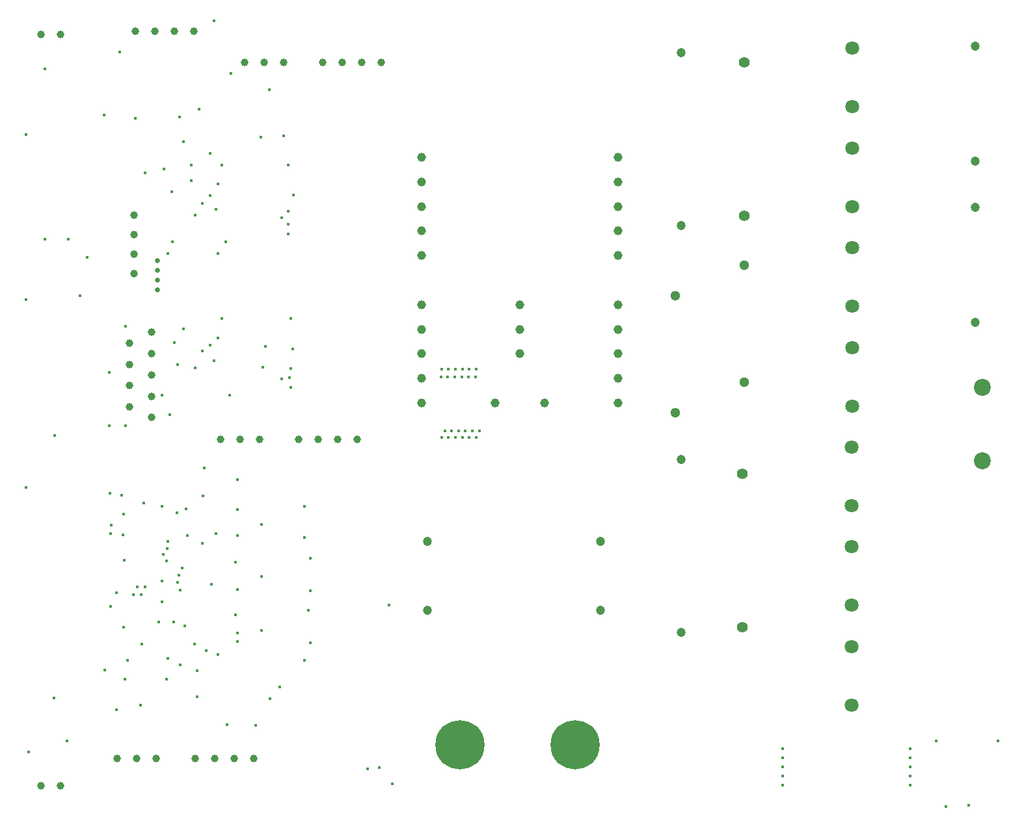
<source format=gbr>
%TF.GenerationSoftware,KiCad,Pcbnew,7.0.9*%
%TF.CreationDate,2024-05-29T20:40:21+05:30*%
%TF.ProjectId,LU,4c552e6b-6963-4616-945f-706362585858,rev?*%
%TF.SameCoordinates,Original*%
%TF.FileFunction,Plated,1,2,PTH,Drill*%
%TF.FilePolarity,Positive*%
%FSLAX46Y46*%
G04 Gerber Fmt 4.6, Leading zero omitted, Abs format (unit mm)*
G04 Created by KiCad (PCBNEW 7.0.9) date 2024-05-29 20:40:21*
%MOMM*%
%LPD*%
G01*
G04 APERTURE LIST*
%TA.AperFunction,ViaDrill*%
%ADD10C,0.400000*%
%TD*%
%TA.AperFunction,ComponentDrill*%
%ADD11C,0.650000*%
%TD*%
%TA.AperFunction,ComponentDrill*%
%ADD12C,0.990600*%
%TD*%
%TA.AperFunction,ComponentDrill*%
%ADD13C,1.000000*%
%TD*%
%TA.AperFunction,ComponentDrill*%
%ADD14C,1.147520*%
%TD*%
%TA.AperFunction,ComponentDrill*%
%ADD15C,1.200000*%
%TD*%
%TA.AperFunction,ComponentDrill*%
%ADD16C,1.300000*%
%TD*%
%TA.AperFunction,ComponentDrill*%
%ADD17C,1.400000*%
%TD*%
%TA.AperFunction,ComponentDrill*%
%ADD18C,1.800000*%
%TD*%
%TA.AperFunction,ComponentDrill*%
%ADD19C,2.200000*%
%TD*%
%TA.AperFunction,ComponentDrill*%
%ADD20C,6.400000*%
%TD*%
G04 APERTURE END LIST*
D10*
X88500000Y-109000000D03*
X88500000Y-130500000D03*
X88500000Y-155000000D03*
X88870000Y-189480000D03*
X90950000Y-100500000D03*
X90950000Y-122650000D03*
X92180000Y-182440000D03*
X92240000Y-148240000D03*
X93830000Y-188030000D03*
X94000000Y-122650000D03*
X95500000Y-130000000D03*
X96500000Y-125000000D03*
X98671701Y-106449500D03*
X98800000Y-178800000D03*
X99349500Y-140000000D03*
X99349500Y-147000000D03*
X99400500Y-155750000D03*
X99500000Y-161000000D03*
X99500000Y-170500000D03*
X99625000Y-159875000D03*
X100250000Y-168750000D03*
X100250000Y-184000000D03*
X100744022Y-98299500D03*
X101000000Y-156000000D03*
X101170747Y-161199500D03*
X101200000Y-173200000D03*
X101250000Y-158500000D03*
X101311093Y-164525500D03*
X101400500Y-180000000D03*
X101500000Y-134000000D03*
X101500000Y-147000000D03*
X101750000Y-177500000D03*
X102500000Y-169000000D03*
X102750000Y-106890498D03*
X103000000Y-168000000D03*
X103400000Y-183400000D03*
X103500000Y-169000000D03*
X103600000Y-175400000D03*
X103800500Y-157065234D03*
X104000000Y-114000000D03*
X104000000Y-168000000D03*
X105750000Y-172500000D03*
X106200000Y-167200000D03*
X106225500Y-143000000D03*
X106250000Y-157500000D03*
X106250000Y-169937500D03*
X106353009Y-163706018D03*
X106500000Y-113500000D03*
X106800000Y-164600000D03*
X106800000Y-179980000D03*
X106900000Y-163000000D03*
X106975500Y-162000000D03*
X107000000Y-124500000D03*
X107000000Y-177250000D03*
X107224500Y-145500000D03*
X107500000Y-116500000D03*
X107550500Y-123000000D03*
X107750000Y-172500000D03*
X107800000Y-136100000D03*
X108179975Y-158337815D03*
X108200000Y-167400000D03*
X108224500Y-139000000D03*
X108400000Y-166400000D03*
X108500000Y-106750000D03*
X108600000Y-168400000D03*
X108600000Y-178120000D03*
X108821755Y-165493839D03*
X109000000Y-110000000D03*
X109000000Y-134380000D03*
X109149500Y-173000000D03*
X109300000Y-157800000D03*
X109500000Y-161250000D03*
X110000000Y-113000000D03*
X110000000Y-115000000D03*
X110400000Y-175400000D03*
X110500000Y-119500000D03*
X110540000Y-139460000D03*
X110750000Y-178845000D03*
X110750000Y-182287500D03*
X111000000Y-105750000D03*
X111500000Y-118000000D03*
X111500000Y-137250000D03*
X111500000Y-162250000D03*
X111512234Y-156087766D03*
X111750000Y-152500000D03*
X112000000Y-176250000D03*
X112500000Y-111500000D03*
X112500000Y-117000000D03*
X112500000Y-136500000D03*
X112675500Y-167600000D03*
X113000000Y-94250000D03*
X113000000Y-138500000D03*
X113238048Y-118735500D03*
X113250000Y-161000000D03*
X113500000Y-115500000D03*
X113500000Y-124500000D03*
X113500000Y-135500000D03*
X113500000Y-176750000D03*
X114000000Y-113000000D03*
X114000000Y-133000000D03*
X114500000Y-123000000D03*
X114640000Y-185910000D03*
X115000000Y-143000000D03*
X115200000Y-101100000D03*
X115750000Y-164742800D03*
X115750000Y-171595000D03*
X116000000Y-154000000D03*
X116000000Y-157845000D03*
X116000000Y-161287500D03*
X116000000Y-168287500D03*
X116000000Y-174000000D03*
X116000000Y-175037500D03*
X118360000Y-185950000D03*
X119100000Y-109400000D03*
X119200000Y-159800000D03*
X119200000Y-166600000D03*
X119200000Y-173600000D03*
X119300000Y-139300000D03*
X119700000Y-136600000D03*
X120200000Y-103200000D03*
X120250000Y-182500000D03*
X121500000Y-181000000D03*
X121800000Y-119900000D03*
X121800000Y-140900000D03*
X122000000Y-109200000D03*
X122600000Y-120700000D03*
X122675000Y-113000000D03*
X122675000Y-119000000D03*
X122675000Y-122000000D03*
X122800000Y-140700000D03*
X123000000Y-133000000D03*
X123000000Y-139500000D03*
X123000000Y-142000000D03*
X123200000Y-137000000D03*
X123300000Y-116900000D03*
X124750000Y-157500000D03*
X124750000Y-161500000D03*
X124750000Y-177500000D03*
X125250000Y-171000000D03*
X125500000Y-164250000D03*
X125500000Y-168500000D03*
X125500000Y-175250000D03*
X132950500Y-191640000D03*
X134470000Y-191530000D03*
X135730000Y-170360000D03*
X136200000Y-193600000D03*
X142500000Y-140600000D03*
X142600000Y-139600000D03*
X142600000Y-148500000D03*
X143000000Y-147600000D03*
X143400000Y-140600000D03*
X143500000Y-139600000D03*
X143500000Y-148500000D03*
X143900000Y-147600000D03*
X144300000Y-140600000D03*
X144400000Y-139600000D03*
X144400000Y-148500000D03*
X144800000Y-147600000D03*
X145200000Y-140600000D03*
X145300000Y-139600000D03*
X145300000Y-148500000D03*
X145700000Y-147600000D03*
X146100000Y-140600000D03*
X146200000Y-139600000D03*
X146200000Y-148500000D03*
X146600000Y-147600000D03*
X147000000Y-140600000D03*
X147100000Y-139600000D03*
X147100000Y-148500000D03*
X147500000Y-147600000D03*
X187000000Y-189000000D03*
X187000000Y-190200000D03*
X187000000Y-191400000D03*
X187000000Y-192600000D03*
X187000000Y-193800000D03*
X203600000Y-189000000D03*
X203600000Y-190200000D03*
X203600000Y-191400000D03*
X203600000Y-192600000D03*
X203600000Y-193800000D03*
X207000000Y-188000000D03*
X208200000Y-196600000D03*
X211200000Y-196400000D03*
X215000000Y-188000000D03*
D11*
%TO.C,J5*%
X105600000Y-125460000D03*
X105600000Y-126730000D03*
X105600000Y-128000000D03*
X105600000Y-129270000D03*
D12*
%TO.C,U4*%
X102608200Y-119500000D03*
X102608200Y-122040000D03*
X102608200Y-124580000D03*
X102608200Y-127120000D03*
D13*
%TO.C,J2*%
X90480000Y-96000000D03*
%TO.C,J1*%
X90500000Y-193900000D03*
X93000000Y-193900000D03*
%TO.C,J2*%
X93020000Y-96000000D03*
%TO.C,PS3*%
X100390000Y-190270000D03*
%TO.C,J4*%
X102000000Y-136190000D03*
X102000000Y-138960000D03*
X102000000Y-141730000D03*
X102000000Y-144500000D03*
%TO.C,J3*%
X102725000Y-95600000D03*
%TO.C,PS3*%
X102930000Y-190270000D03*
%TO.C,J4*%
X104840000Y-134805000D03*
X104840000Y-137575000D03*
X104840000Y-140345000D03*
X104840000Y-143115000D03*
X104840000Y-145885000D03*
%TO.C,J3*%
X105265000Y-95600000D03*
%TO.C,PS3*%
X105470000Y-190270000D03*
%TO.C,J3*%
X107805000Y-95600000D03*
X110345000Y-95600000D03*
%TO.C,PS3*%
X110550000Y-190270000D03*
X113090000Y-190270000D03*
%TO.C,PS1*%
X113860000Y-148700000D03*
%TO.C,PS3*%
X115630000Y-190270000D03*
%TO.C,PS1*%
X116400000Y-148700000D03*
%TO.C,PS2*%
X116920000Y-99600000D03*
%TO.C,PS3*%
X118170000Y-190270000D03*
%TO.C,PS1*%
X118940000Y-148700000D03*
%TO.C,PS2*%
X119460000Y-99600000D03*
X122000000Y-99600000D03*
%TO.C,PS1*%
X124020000Y-148700000D03*
X126560000Y-148700000D03*
%TO.C,PS2*%
X127080000Y-99600000D03*
%TO.C,PS1*%
X129100000Y-148700000D03*
%TO.C,PS2*%
X129620000Y-99600000D03*
%TO.C,PS1*%
X131640000Y-148700000D03*
%TO.C,PS2*%
X132160000Y-99600000D03*
X134700000Y-99600000D03*
D14*
%TO.C,Q1*%
X140000000Y-112000000D03*
X140000000Y-115200000D03*
X140000000Y-118400000D03*
X140000000Y-121600000D03*
X140000000Y-124800000D03*
X140000000Y-131200000D03*
X140000000Y-134400000D03*
X140000000Y-137600000D03*
X140000000Y-140800000D03*
X140000000Y-144000000D03*
X149600000Y-144000000D03*
X152800000Y-131200000D03*
X152800000Y-134400000D03*
X152800000Y-137600000D03*
X156000000Y-144000000D03*
X165600000Y-112000000D03*
X165600000Y-115200000D03*
X165600000Y-118400000D03*
X165600000Y-121600000D03*
X165600000Y-124800000D03*
X165600000Y-131200000D03*
X165600000Y-134400000D03*
X165600000Y-137600000D03*
X165600000Y-140800000D03*
X165600000Y-144000000D03*
D15*
%TO.C,C30*%
X140750000Y-162000000D03*
%TO.C,C31*%
X140750000Y-171000000D03*
%TO.C,C30*%
X163250000Y-162000000D03*
%TO.C,C31*%
X163250000Y-171000000D03*
%TO.C,C27*%
X173750000Y-98400000D03*
X173750000Y-120900000D03*
%TO.C,C28*%
X173750000Y-151400000D03*
X173750000Y-173900000D03*
%TO.C,C29*%
X212000000Y-97500000D03*
X212000000Y-112500000D03*
%TO.C,C32*%
X212000000Y-118500000D03*
X212000000Y-133500000D03*
D16*
%TO.C,D8*%
X173000000Y-130030000D03*
X173000000Y-145270000D03*
%TO.C,D7*%
X182000000Y-126030000D03*
X182000000Y-141270000D03*
D17*
%TO.C,R16*%
X181750000Y-153200000D03*
X181750000Y-173200000D03*
%TO.C,R7*%
X182000000Y-99650000D03*
X182000000Y-119650000D03*
D18*
%TO.C,L5*%
X195950000Y-149750000D03*
X195950000Y-157370000D03*
%TO.C,L6*%
X195950000Y-162740000D03*
X195950000Y-170360000D03*
%TO.C,L7*%
X195950000Y-175730000D03*
X195950000Y-183350000D03*
%TO.C,L1*%
X196000000Y-97790000D03*
X196000000Y-105410000D03*
%TO.C,L2*%
X196000000Y-110780000D03*
X196000000Y-118400000D03*
%TO.C,L3*%
X196000000Y-123770000D03*
X196000000Y-131390000D03*
%TO.C,L4*%
X196000000Y-136760000D03*
X196000000Y-144380000D03*
D19*
%TO.C,H8*%
X213000000Y-142000000D03*
%TO.C,H7*%
X213000000Y-151500000D03*
D20*
%TO.C,H6*%
X145000000Y-188500000D03*
%TO.C,H5*%
X160000000Y-188500000D03*
M02*

</source>
